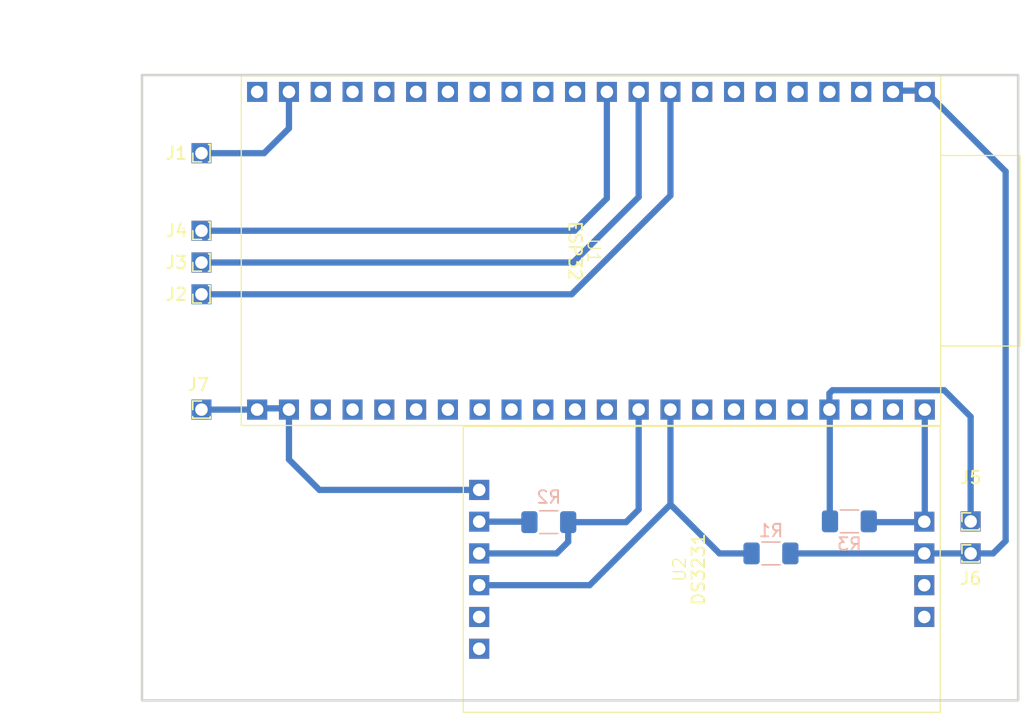
<source format=kicad_pcb>
(kicad_pcb (version 20240108) (generator "pcbnew") (generator_version "8.0")
  (layers (0 "F.Cu" signal) (31 "B.Cu" signal) (34 "B.Paste" user) (35 "F.Paste" user) (36 "B.SilkS" user "B.Silkscreen") (37 "F.SilkS" user "F.Silkscreen") (38 "B.Mask" user) (39 "F.Mask" user) (44 "Edge.Cuts" user))
  (net 0 "")
  (net 1 "Net-(J4-Pin_1)")
  (net 2 "Net-(J2-Pin_1)")
  (net 3 "Net-(J3-Pin_1)")
  (net 4 "Net-(J5-Pin_1)")
  (net 5 "Net-(U1-GPIO39)")
  (net 6 "Net-(U1-GPIO38)")
  (net 14 "+5V")
  (net 24 "GND")
  (net 25 "Net-(J6-Pin_1)")
  (footprint "Connector_PinHeader_1.00mm:PinHeader_1x01_P1.00mm_Vertical" (layer "F.Cu") (at 110.25 90.5)
    (property "Reference" "J7" (at -0.25 -2 0) (layer "F.SilkS"))
    (property "Value" "GND")
    (fp_line (start -0.695 -0.685) (end 0 -0.685) (stroke (width 0.12)) (layer "F.SilkS"))
    (fp_line (start -0.695 0) (end -0.695 -0.685) (stroke (width 0.12)) (layer "F.SilkS"))
    (fp_line (start -0.695 0.685) (end -0.695 0.56) (stroke (width 0.12)) (layer "F.SilkS"))
    (fp_line (start -0.695 0.685) (end -0.608276 0.685) (stroke (width 0.12)) (layer "F.SilkS"))
    (fp_line (start -0.695 0.685) (end 0.695 0.685) (stroke (width 0.12)) (layer "F.SilkS"))
    (fp_line (start 0.608276 0.685) (end 0.695 0.685) (stroke (width 0.12)) (layer "F.SilkS"))
    (fp_line (start 0.695 0.685) (end 0.695 0.56) (stroke (width 0.12)) (layer "F.SilkS"))
    (pad "1" thru_hole rect (at 0 0) (size 1.6 1.6) (drill 1) (layers "*.Cu" "*.Mask") (net 24 "GND"))
  )
  (footprint "MountingHole:MountingHole_2.2mm_M2" (layer "F.Cu") (at 107.5 65.75)
    (property "Reference" "REF**" (hide yes))
    (property "Value" "MountingHole_2.2mm_M2" (hide yes))
    (pad "" np_thru_hole circle (at 0 0) (size 2.2 2.2) (drill 2.2) (layers "*.Cu" "*.Mask"))
  )
  (footprint "Cronus:ESP32-Dev-Board" (layer "F.Cu") (at 140.1 77.8 -90)
    (property "Reference" "U1" (at 0 -1.5 -90) (layer "F.SilkS") (effects (font (thickness 0.1))))
    (property "Value" "ESP32" (at 0 0 -90) (layer "F.SilkS"))
    (fp_line (start -13.97 26.67) (end -13.97 -29.21) (stroke (width 0.1)) (layer "F.SilkS"))
    (fp_line (start 13.97 26.67) (end -13.97 26.67) (stroke (width 0.1)) (layer "F.SilkS"))
    (fp_line (start -13.97 -29.21) (end 13.97 -29.21) (stroke (width 0.1)) (layer "F.SilkS"))
    (fp_line (start -7.62 -29.21) (end -7.62 -35.56) (stroke (width 0.1)) (layer "F.SilkS"))
    (fp_line (start 13.97 -29.21) (end 13.97 26.67) (stroke (width 0.1)) (layer "F.SilkS"))
    (fp_line (start -7.62 -35.56) (end 7.62 -35.56) (stroke (width 0.1)) (layer "F.SilkS"))
    (fp_line (start 7.62 -35.56) (end 7.62 -29.21) (stroke (width 0.1)) (layer "F.SilkS"))
    (pad "1" thru_hole rect (at -12.7 -27.94 270) (size 1.6 1.6) (drill 1) (layers "*.Cu" "*.Mask") (net 25 "Net-(J6-Pin_1)"))
    (pad "1" thru_hole rect (at -12.7 -25.4 270) (size 1.6 1.6) (drill 1) (layers "*.Cu" "*.Mask") (net 25 "Net-(J6-Pin_1)"))
    (pad "3" thru_hole rect (at -12.7 -22.86 270) (size 1.6 1.6) (drill 1) (layers "*.Cu" "*.Mask"))
    (pad "4" thru_hole rect (at -12.7 -20.32 270) (size 1.6 1.6) (drill 1) (layers "*.Cu" "*.Mask"))
    (pad "5" thru_hole rect (at -12.7 -17.78 270) (size 1.6 1.6) (drill 1) (layers "*.Cu" "*.Mask"))
    (pad "6" thru_hole rect (at -12.7 -15.24 270) (size 1.6 1.6) (drill 1) (layers "*.Cu" "*.Mask"))
    (pad "7" thru_hole rect (at -12.7 -12.7 270) (size 1.6 1.6) (drill 1) (layers "*.Cu" "*.Mask"))
    (pad "8" thru_hole rect (at -12.7 -10.16 270) (size 1.6 1.6) (drill 1) (layers "*.Cu" "*.Mask"))
    (pad "9" thru_hole rect (at -12.7 -7.62 270) (size 1.6 1.6) (drill 1) (layers "*.Cu" "*.Mask") (net 2 "Net-(J2-Pin_1)"))
    (pad "10" thru_hole rect (at -12.7 -5.08 270) (size 1.6 1.6) (drill 1) (layers "*.Cu" "*.Mask") (net 3 "Net-(J3-Pin_1)"))
    (pad "11" thru_hole rect (at -12.7 -2.54 270) (size 1.6 1.6) (drill 1) (layers "*.Cu" "*.Mask") (net 1 "Net-(J4-Pin_1)"))
    (pad "12" thru_hole rect (at -12.7 0 270) (size 1.6 1.6) (drill 1) (layers "*.Cu" "*.Mask"))
    (pad "13" thru_hole rect (at -12.7 2.54 270) (size 1.6 1.6) (drill 1) (layers "*.Cu" "*.Mask"))
    (pad "14" thru_hole rect (at -12.7 5.08 270) (size 1.6 1.6) (drill 1) (layers "*.Cu" "*.Mask"))
    (pad "15" thru_hole rect (at -12.7 7.62 270) (size 1.6 1.6) (drill 1) (layers "*.Cu" "*.Mask"))
    (pad "16" thru_hole rect (at -12.7 10.16 270) (size 1.6 1.6) (drill 1) (layers "*.Cu" "*.Mask"))
    (pad "17" thru_hole rect (at -12.7 12.7 270) (size 1.6 1.6) (drill 1) (layers "*.Cu" "*.Mask"))
    (pad "18" thru_hole rect (at -12.7 15.24 270) (size 1.6 1.6) (drill 1) (layers "*.Cu" "*.Mask"))
    (pad "19" thru_hole rect (at -12.7 17.78 270) (size 1.6 1.6) (drill 1) (layers "*.Cu" "*.Mask"))
    (pad "20" thru_hole rect (at -12.7 20.32 270) (size 1.6 1.6) (drill 1) (layers "*.Cu" "*.Mask"))
    (pad "21" thru_hole rect (at -12.7 22.86 270) (size 1.6 1.6) (drill 1) (layers "*.Cu" "*.Mask") (net 14 "+5V"))
    (pad "22" thru_hole rect (at -12.7 25.4 270) (size 1.6 1.6) (drill 1) (layers "*.Cu" "*.Mask") (net 24 "GND"))
    (pad "22" thru_hole rect (at 12.7 -27.94 270) (size 1.6 1.6) (drill 1) (layers "*.Cu" "*.Mask") (net 24 "GND"))
    (pad "22" thru_hole rect (at 12.7 22.86 270) (size 1.6 1.6) (drill 1) (layers "*.Cu" "*.Mask") (net 24 "GND"))
    (pad "22" thru_hole rect (at 12.7 25.4 270) (size 1.6 1.6) (drill 1) (layers "*.Cu" "*.Mask") (net 24 "GND"))
    (pad "25" thru_hole rect (at 12.7 20.32 270) (size 1.6 1.6) (drill 1) (layers "*.Cu" "*.Mask"))
    (pad "26" thru_hole rect (at 12.7 17.78 270) (size 1.6 1.6) (drill 1) (layers "*.Cu" "*.Mask"))
    (pad "27" thru_hole rect (at 12.7 15.24 270) (size 1.6 1.6) (drill 1) (layers "*.Cu" "*.Mask"))
    (pad "28" thru_hole rect (at 12.7 12.7 270) (size 1.6 1.6) (drill 1) (layers "*.Cu" "*.Mask"))
    (pad "29" thru_hole rect (at 12.7 10.16 270) (size 1.6 1.6) (drill 1) (layers "*.Cu" "*.Mask"))
    (pad "30" thru_hole rect (at 12.7 7.62 270) (size 1.6 1.6) (drill 1) (layers "*.Cu" "*.Mask"))
    (pad "31" thru_hole rect (at 12.7 5.08 270) (size 1.6 1.6) (drill 1) (layers "*.Cu" "*.Mask"))
    (pad "32" thru_hole rect (at 12.7 2.54 270) (size 1.6 1.6) (drill 1) (layers "*.Cu" "*.Mask"))
    (pad "33" thru_hole rect (at 12.7 0 270) (size 1.6 1.6) (drill 1) (layers "*.Cu" "*.Mask"))
    (pad "34" thru_hole rect (at 12.7 -2.54 270) (size 1.6 1.6) (drill 1) (layers "*.Cu" "*.Mask"))
    (pad "35" thru_hole rect (at 12.7 -5.08 270) (size 1.6 1.6) (drill 1) (layers "*.Cu" "*.Mask") (net 6 "Net-(U1-GPIO38)"))
    (pad "36" thru_hole rect (at 12.7 -7.62 270) (size 1.6 1.6) (drill 1) (layers "*.Cu" "*.Mask") (net 5 "Net-(U1-GPIO39)"))
    (pad "37" thru_hole rect (at 12.7 -10.16 270) (size 1.6 1.6) (drill 1) (layers "*.Cu" "*.Mask"))
    (pad "38" thru_hole rect (at 12.7 -12.7 270) (size 1.6 1.6) (drill 1) (layers "*.Cu" "*.Mask"))
    (pad "39" thru_hole rect (at 12.7 -15.24 270) (size 1.6 1.6) (drill 1) (layers "*.Cu" "*.Mask"))
    (pad "40" thru_hole rect (at 12.7 -17.78 270) (size 1.6 1.6) (drill 1) (layers "*.Cu" "*.Mask"))
    (pad "41" thru_hole rect (at 12.7 -20.32 270) (size 1.6 1.6) (drill 1) (layers "*.Cu" "*.Mask") (net 4 "Net-(J5-Pin_1)"))
    (pad "42" thru_hole rect (at 12.7 -22.86 270) (size 1.6 1.6) (drill 1) (layers "*.Cu" "*.Mask"))
    (pad "43" thru_hole rect (at 12.7 -25.4 270) (size 1.6 1.6) (drill 1) (layers "*.Cu" "*.Mask"))
  )
  (footprint "MountingHole:MountingHole_2.2mm_M2" (layer "F.Cu") (at 173.5 111.75)
    (property "Reference" "REF**" (hide yes))
    (property "Value" "MountingHole_2.2mm_M2" (hide yes))
    (pad "" np_thru_hole circle (at 0 0) (size 2.2 2.2) (drill 2.2) (layers "*.Cu" "*.Mask"))
  )
  (footprint "Cronus:DS3232-Dev-Board" (layer "F.Cu") (at 148.95 103.27 90)
    (property "Reference" "U2" (at 0 -0.5 90) (layer "F.SilkS") (effects (font (thickness 0.1))))
    (property "Value" "DS3231" (at 0 1 90) (layer "F.SilkS"))
    (fp_line (start -11.43 -17.78) (end 11.43 -17.78) (stroke (width 0.1)) (layer "F.SilkS"))
    (fp_line (start -11.43 -17.78) (end -11.43 20.32) (stroke (width 0.1)) (layer "F.SilkS"))
    (fp_line (start 11.43 20.32) (end 11.43 -17.78) (stroke (width 0.1)) (layer "F.SilkS"))
    (fp_line (start -11.43 20.32) (end 11.43 20.32) (stroke (width 0.1)) (layer "F.SilkS"))
    (pad "1" thru_hole rect (at 3.81 19.05 90) (size 1.6 1.6) (drill 1) (layers "*.Cu" "*.Mask") (net 24 "GND"))
    (pad "1" thru_hole rect (at 6.35 -16.51 90) (size 1.6 1.6) (drill 1) (layers "*.Cu" "*.Mask") (net 24 "GND"))
    (pad "2" thru_hole rect (at 1.27 19.05 90) (size 1.6 1.6) (drill 1) (layers "*.Cu" "*.Mask") (net 25 "Net-(J6-Pin_1)"))
    (pad "2" thru_hole rect (at 3.81 -16.51 90) (size 1.6 1.6) (drill 1) (layers "*.Cu" "*.Mask") (net 25 "Net-(J6-Pin_1)"))
    (pad "3" thru_hole rect (at 1.27 -16.51 90) (size 1.6 1.6) (drill 1) (layers "*.Cu" "*.Mask") (net 6 "Net-(U1-GPIO38)"))
    (pad "4" thru_hole rect (at -1.27 -16.51 90) (size 1.6 1.6) (drill 1) (layers "*.Cu" "*.Mask") (net 5 "Net-(U1-GPIO39)"))
    (pad "5" thru_hole rect (at -3.81 -16.51 90) (size 1.6 1.6) (drill 1) (layers "*.Cu" "*.Mask"))
    (pad "6" thru_hole rect (at -6.35 -16.51 90) (size 1.6 1.6) (drill 1) (layers "*.Cu" "*.Mask"))
    (pad "7" thru_hole rect (at -3.81 19.05 90) (size 1.6 1.6) (drill 1) (layers "*.Cu" "*.Mask"))
    (pad "8" thru_hole rect (at -1.27 19.05 90) (size 1.6 1.6) (drill 1) (layers "*.Cu" "*.Mask"))
  )
  (footprint "Connector_PinHeader_1.00mm:PinHeader_1x01_P1.00mm_Vertical" (layer "F.Cu") (at 110.25 70 90)
    (property "Reference" "J1" (at 0 -2 180) (layer "F.SilkS"))
    (property "Value" "5V_In")
    (fp_line (start -0.695 -0.685) (end 0 -0.685) (stroke (width 0.12)) (layer "F.SilkS"))
    (fp_line (start -0.695 0) (end -0.695 -0.685) (stroke (width 0.12)) (layer "F.SilkS"))
    (fp_line (start 0.695 0.685) (end 0.695 0.56) (stroke (width 0.12)) (layer "F.SilkS"))
    (fp_line (start 0.608276 0.685) (end 0.695 0.685) (stroke (width 0.12)) (layer "F.SilkS"))
    (fp_line (start -0.695 0.685) (end -0.695 0.56) (stroke (width 0.12)) (layer "F.SilkS"))
    (fp_line (start -0.695 0.685) (end 0.695 0.685) (stroke (width 0.12)) (layer "F.SilkS"))
    (fp_line (start -0.695 0.685) (end -0.608276 0.685) (stroke (width 0.12)) (layer "F.SilkS"))
    (pad "1" thru_hole rect (at 0 0 90) (size 1.6 1.6) (drill 1) (layers "*.Cu" "*.Mask") (net 14 "+5V"))
  )
  (footprint "Connector_PinHeader_1.00mm:PinHeader_1x01_P1.00mm_Vertical" (layer "F.Cu") (at 171.704 102)
    (property "Reference" "J6" (at 0 2 0) (layer "F.SilkS"))
    (property "Value" "LS2")
    (fp_line (start -0.695 -0.685) (end 0 -0.685) (stroke (width 0.12)) (layer "F.SilkS"))
    (fp_line (start -0.695 0) (end -0.695 -0.685) (stroke (width 0.12)) (layer "F.SilkS"))
    (fp_line (start -0.695 0.685) (end -0.695 0.56) (stroke (width 0.12)) (layer "F.SilkS"))
    (fp_line (start -0.695 0.685) (end -0.608276 0.685) (stroke (width 0.12)) (layer "F.SilkS"))
    (fp_line (start -0.695 0.685) (end 0.695 0.685) (stroke (width 0.12)) (layer "F.SilkS"))
    (fp_line (start 0.608276 0.685) (end 0.695 0.685) (stroke (width 0.12)) (layer "F.SilkS"))
    (fp_line (start 0.695 0.685) (end 0.695 0.56) (stroke (width 0.12)) (layer "F.SilkS"))
    (pad "1" thru_hole rect (at 0 0) (size 1.6 1.6) (drill 1) (layers "*.Cu" "*.Mask") (net 25 "Net-(J6-Pin_1)"))
  )
  (footprint "Connector_PinHeader_1.00mm:PinHeader_1x01_P1.00mm_Vertical" (layer "F.Cu") (at 110.25 78.74 90)
    (property "Reference" "J3" (at 0 -2 180) (layer "F.SilkS"))
    (property "Value" "DCS")
    (fp_line (start -0.695 -0.685) (end 0 -0.685) (stroke (width 0.12)) (layer "F.SilkS"))
    (fp_line (start -0.695 0) (end -0.695 -0.685) (stroke (width 0.12)) (layer "F.SilkS"))
    (fp_line (start 0.695 0.685) (end 0.695 0.56) (stroke (width 0.12)) (layer "F.SilkS"))
    (fp_line (start 0.608276 0.685) (end 0.695 0.685) (stroke (width 0.12)) (layer "F.SilkS"))
    (fp_line (start -0.695 0.685) (end -0.695 0.56) (stroke (width 0.12)) (layer "F.SilkS"))
    (fp_line (start -0.695 0.685) (end 0.695 0.685) (stroke (width 0.12)) (layer "F.SilkS"))
    (fp_line (start -0.695 0.685) (end -0.608276 0.685) (stroke (width 0.12)) (layer "F.SilkS"))
    (pad "1" thru_hole rect (at 0 0 90) (size 1.6 1.6) (drill 1) (layers "*.Cu" "*.Mask") (net 3 "Net-(J3-Pin_1)"))
  )
  (footprint "Connector_PinHeader_1.00mm:PinHeader_1x01_P1.00mm_Vertical" (layer "F.Cu") (at 110.249974 76.2 90)
    (property "Reference" "J4" (at 0 -2 0) (layer "F.SilkS"))
    (property "Value" "DD0")
    (fp_line (start -0.695 -0.685) (end 0 -0.685) (stroke (width 0.12)) (layer "F.SilkS"))
    (fp_line (start -0.695 0) (end -0.695 -0.685) (stroke (width 0.12)) (layer "F.SilkS"))
    (fp_line (start 0.695 0.685) (end 0.695 0.56) (stroke (width 0.12)) (layer "F.SilkS"))
    (fp_line (start 0.608276 0.685) (end 0.695 0.685) (stroke (width 0.12)) (layer "F.SilkS"))
    (fp_line (start -0.695 0.685) (end -0.695 0.56) (stroke (width 0.12)) (layer "F.SilkS"))
    (fp_line (start -0.695 0.685) (end 0.695 0.685) (stroke (width 0.12)) (layer "F.SilkS"))
    (fp_line (start -0.695 0.685) (end -0.608276 0.685) (stroke (width 0.12)) (layer "F.SilkS"))
    (pad "1" thru_hole rect (at 0 0 90) (size 1.6 1.6) (drill 1) (layers "*.Cu" "*.Mask") (net 1 "Net-(J4-Pin_1)"))
  )
  (footprint "Connector_PinHeader_1.00mm:PinHeader_1x01_P1.00mm_Vertical" (layer "F.Cu") (at 171.704 99.441)
    (property "Reference" "J5" (at 0 -3.5 0) (layer "F.SilkS"))
    (property "Value" "LS1")
    (fp_line (start -0.695 -0.685) (end 0 -0.685) (stroke (width 0.12)) (layer "F.SilkS"))
    (fp_line (start -0.695 0) (end -0.695 -0.685) (stroke (width 0.12)) (layer "F.SilkS"))
    (fp_line (start -0.695 0.685) (end -0.695 0.56) (stroke (width 0.12)) (layer "F.SilkS"))
    (fp_line (start -0.695 0.685) (end -0.608276 0.685) (stroke (width 0.12)) (layer "F.SilkS"))
    (fp_line (start -0.695 0.685) (end 0.695 0.685) (stroke (width 0.12)) (layer "F.SilkS"))
    (fp_line (start 0.608276 0.685) (end 0.695 0.685) (stroke (width 0.12)) (layer "F.SilkS"))
    (fp_line (start 0.695 0.685) (end 0.695 0.56) (stroke (width 0.12)) (layer "F.SilkS"))
    (pad "1" thru_hole rect (at 0 0) (size 1.6 1.6) (drill 1) (layers "*.Cu" "*.Mask") (net 4 "Net-(J5-Pin_1)"))
  )
  (footprint "MountingHole:MountingHole_2.2mm_M2" (layer "F.Cu") (at 173.5 65.75)
    (property "Reference" "REF**" (hide yes))
    (property "Value" "MountingHole_2.2mm_M2" (hide yes))
    (pad "" np_thru_hole circle (at 0 0) (size 2.2 2.2) (drill 2.2) (layers "*.Cu" "*.Mask"))
  )
  (footprint "Connector_PinHeader_1.00mm:PinHeader_1x01_P1.00mm_Vertical" (layer "F.Cu") (at 110.25 81.28 90)
    (property "Reference" "J2" (at 0 -2 180) (layer "F.SilkS"))
    (property "Value" "DCL")
    (fp_line (start -0.695 -0.685) (end 0 -0.685) (stroke (width 0.12)) (layer "F.SilkS"))
    (fp_line (start -0.695 0) (end -0.695 -0.685) (stroke (width 0.12)) (layer "F.SilkS"))
    (fp_line (start 0.695 0.685) (end 0.695 0.56) (stroke (width 0.12)) (layer "F.SilkS"))
    (fp_line (start 0.608276 0.685) (end 0.695 0.685) (stroke (width 0.12)) (layer "F.SilkS"))
    (fp_line (start -0.695 0.685) (end -0.695 0.56) (stroke (width 0.12)) (layer "F.SilkS"))
    (fp_line (start -0.695 0.685) (end 0.695 0.685) (stroke (width 0.12)) (layer "F.SilkS"))
    (fp_line (start -0.695 0.685) (end -0.608276 0.685) (stroke (width 0.12)) (layer "F.SilkS"))
    (pad "1" thru_hole rect (at 0 0 90) (size 1.6 1.6) (drill 1) (layers "*.Cu" "*.Mask") (net 2 "Net-(J2-Pin_1)"))
  )
  (footprint "MountingHole:MountingHole_2.2mm_M2" (layer "F.Cu") (at 107.5 111.75)
    (property "Reference" "REF**" (hide yes))
    (property "Value" "MountingHole_2.2mm_M2" (hide yes))
    (pad "" np_thru_hole circle (at 0 0) (size 2.2 2.2) (drill 2.2) (layers "*.Cu" "*.Mask"))
  )
  (footprint "Resistor_SMD:R_1206_3216Metric_Pad1.30x1.75mm_HandSolder" (layer "B.Cu") (at 138 99.5)
    (property "Reference" "R2" (at 0 -2 0) (layer "B.SilkS") (effects (justify mirror)))
    (property "Value" "10K")
    (fp_line (start 0.727064 -0.91) (end -0.727064 -0.91) (stroke (width 0.12)) (layer "B.SilkS"))
    (fp_line (start 0.727064 0.91) (end -0.727064 0.91) (stroke (width 0.12)) (layer "B.SilkS"))
    (pad "1" smd roundrect (at -1.55 0) (size 1.3 1.75) (layers "B.Cu" "B.Paste" "B.Mask") (roundrect_rratio 0.192308) (net 25 "Net-(J6-Pin_1)"))
    (pad "2" smd roundrect (at 1.55 0) (size 1.3 1.75) (layers "B.Cu" "B.Paste" "B.Mask") (roundrect_rratio 0.192308) (net 6 "Net-(U1-GPIO38)"))
  )
  (footprint "Resistor_SMD:R_1206_3216Metric_Pad1.30x1.75mm_HandSolder" (layer "B.Cu") (at 155.75 102 180)
    (property "Reference" "R1" (at 0 1.82 0) (layer "B.SilkS") (effects (justify mirror)))
    (property "Value" "10K")
    (fp_line (start 0.727064 0.91) (end -0.727064 0.91) (stroke (width 0.12)) (layer "B.SilkS"))
    (fp_line (start 0.727064 -0.91) (end -0.727064 -0.91) (stroke (width 0.12)) (layer "B.SilkS"))
    (pad "1" smd roundrect (at -1.55 0 180) (size 1.3 1.75) (layers "B.Cu" "B.Paste" "B.Mask") (roundrect_rratio 0.192308) (net 25 "Net-(J6-Pin_1)"))
    (pad "2" smd roundrect (at 1.55 0 180) (size 1.3 1.75) (layers "B.Cu" "B.Paste" "B.Mask") (roundrect_rratio 0.192308) (net 5 "Net-(U1-GPIO39)"))
  )
  (footprint "Resistor_SMD:R_1206_3216Metric_Pad1.30x1.75mm_HandSolder" (layer "B.Cu") (at 162.015 99.437)
    (property "Reference" "R3" (at 0 1.82 0) (layer "B.SilkS") (effects (justify mirror)))
    (property "Value" "1K")
    (fp_line (start 0.727064 -0.91) (end -0.727064 -0.91) (stroke (width 0.12)) (layer "B.SilkS"))
    (fp_line (start 0.727064 0.91) (end -0.727064 0.91) (stroke (width 0.12)) (layer "B.SilkS"))
    (pad "1" smd roundrect (at -1.55 0) (size 1.3 1.75) (layers "B.Cu" "B.Paste" "B.Mask") (roundrect_rratio 0.192308) (net 4 "Net-(J5-Pin_1)"))
    (pad "2" smd roundrect (at 1.55 0) (size 1.3 1.75) (layers "B.Cu" "B.Paste" "B.Mask") (roundrect_rratio 0.192308) (net 24 "GND"))
  )
  (gr_rect (start 105.5 63.75) (end 175.5 113.75) (stroke (width 0.2)) (fill none) (layer "Edge.Cuts"))
  (segment (start 142.64 65) (end 142.64 73.61) (width 0.5) (layer "B.Cu") (net 1))
  (segment (start 140.05 76.2) (end 110.249974 76.2) (width 0.5) (layer "B.Cu") (net 1))
  (segment (start 142.64 73.61) (end 140.05 76.2) (width 0.5) (layer "B.Cu") (net 1))
  (segment (start 139.827 81.28) (end 147.72 73.387) (width 0.5) (layer "B.Cu") (net 2))
  (segment (start 110.25 81.28) (end 139.827 81.28) (width 0.5) (layer "B.Cu") (net 2))
  (segment (start 147.72 73.387) (end 147.72 65) (width 0.5) (layer "B.Cu") (net 2))
  (segment (start 139.9455 78.74) (end 145.18 73.5055) (width 0.5) (layer "B.Cu") (net 3))
  (segment (start 145.18 73.5055) (end 145.18 65) (width 0.5) (layer "B.Cu") (net 3))
  (segment (start 110.25 78.74) (end 139.9455 78.74) (width 0.5) (layer "B.Cu") (net 3))
  (segment (start 160.45 90.53) (end 160.42 90.5) (width 0.5) (layer "F.Cu") (net 4))
  (segment (start 160.45 99.5) (end 160.45 90.53) (width 0.5) (layer "B.Cu") (net 4))
  (segment (start 160.42 90.5) (end 160.42 89.2) (width 0.5) (layer "B.Cu") (net 4))
  (segment (start 171.704 91.064) (end 171.704 99.441) (width 0.5) (layer "B.Cu") (net 4))
  (segment (start 160.42 89.2) (end 160.67 88.95) (width 0.5) (layer "B.Cu") (net 4))
  (segment (start 160.67 88.95) (end 169.59 88.95) (width 0.5) (layer "B.Cu") (net 4))
  (segment (start 169.59 88.95) (end 171.704 91.064) (width 0.5) (layer "B.Cu") (net 4))
  (segment (start 132.44 104.54) (end 141.263858 104.54) (width 0.5) (layer "B.Cu") (net 5))
  (segment (start 141.263858 104.54) (end 147.72 98.083858) (width 0.5) (layer "B.Cu") (net 5))
  (segment (start 154.2 102) (end 151.636142 102) (width 0.5) (layer "B.Cu") (net 5))
  (segment (start 147.72 98.083858) (end 147.72 90.4) (width 0.5) (layer "B.Cu") (net 5))
  (segment (start 151.636142 102) (end 147.72 98.083858) (width 0.5) (layer "B.Cu") (net 5))
  (segment (start 144.172 99.5) (end 145.18 98.492) (width 0.5) (layer "B.Cu") (net 6))
  (segment (start 145.18 98.492) (end 145.18 90.5) (width 0.5) (layer "B.Cu") (net 6))
  (segment (start 132.44 102) (end 138.624 102) (width 0.5) (layer "B.Cu") (net 6))
  (segment (start 138.624 102) (end 139.55 101.074) (width 0.5) (layer "B.Cu") (net 6))
  (segment (start 139.55 99.5) (end 144.172 99.5) (width 0.5) (layer "B.Cu") (net 6))
  (segment (start 139.55 101.074) (end 139.55 99.5) (width 0.5) (layer "B.Cu") (net 6))
  (segment (start 115.25 70) (end 117.24 68.01) (width 0.5) (layer "B.Cu") (net 14))
  (segment (start 110.25 70) (end 115.25 70) (width 0.5) (layer "B.Cu") (net 14))
  (segment (start 117.24 68.01) (end 117.24 65) (width 0.5) (layer "B.Cu") (net 14))
  (segment (start 167.96 99.5) (end 168 99.46) (width 0.5) (layer "F.Cu") (net 24))
  (segment (start 110.25 90.5) (end 114.7 90.5) (width 0.5) (layer "B.Cu") (net 24))
  (segment (start 117.24 90.4) (end 117.24 94.49) (width 0.5) (layer "B.Cu") (net 24))
  (segment (start 163.55 99.5) (end 167.96 99.5) (width 0.5) (layer "B.Cu") (net 24))
  (segment (start 114.7 90.4) (end 117.24 90.4) (width 0.5) (layer "B.Cu") (net 24))
  (segment (start 117.24 94.49) (end 119.67 96.92) (width 0.5) (layer "B.Cu") (net 24))
  (segment (start 168.04 99.42) (end 168 99.46) (width 0.5) (layer "B.Cu") (net 24))
  (segment (start 119.67 96.92) (end 132.44 96.92) (width 0.5) (layer "B.Cu") (net 24))
  (segment (start 168.04 90.4) (end 168.04 99.42) (width 0.5) (layer "B.Cu") (net 24))
  (segment (start 174.5 71.46) (end 174.5 101) (width 0.5) (layer "B.Cu") (net 25))
  (segment (start 173.5 102) (end 168 102) (width 0.5) (layer "B.Cu") (net 25))
  (segment (start 136.41 99.46) (end 136.45 99.5) (width 0.5) (layer "B.Cu") (net 25))
  (segment (start 132.44 99.46) (end 136.41 99.46) (width 0.5) (layer "B.Cu") (net 25))
  (segment (start 168.04 65) (end 174.5 71.46) (width 0.5) (layer "B.Cu") (net 25))
  (segment (start 165.5 65) (end 168.04 65) (width 0.5) (layer "B.Cu") (net 25))
  (segment (start 157.3 102) (end 168 102) (width 0.5) (layer "B.Cu") (net 25))
  (segment (start 174.5 101) (end 173.5 102) (width 0.5) (layer "B.Cu") (net 25))
)
</source>
